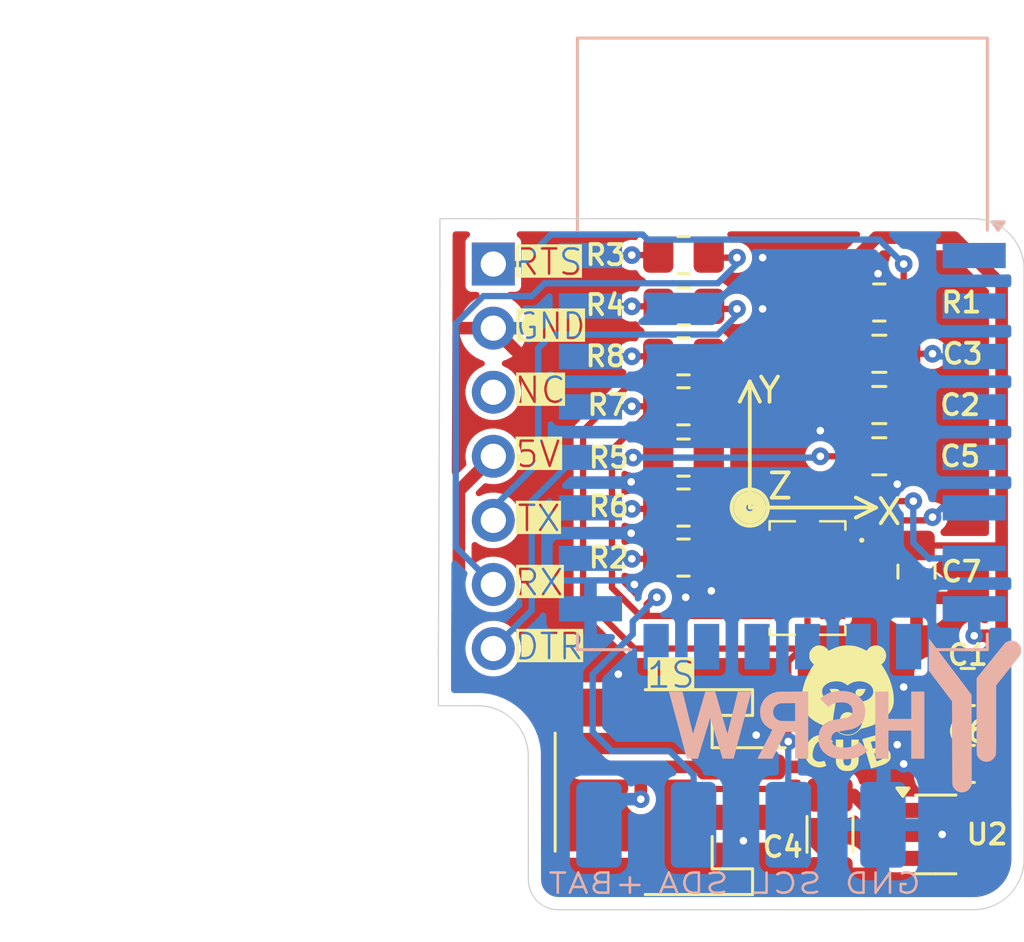
<source format=kicad_pcb>
(kicad_pcb (version 20241229) (generator "pcbnew") (generator_version "9.0")
  (title_block (comment 4 "AISLER Project ID: EQVITUXY"))
  (layers (0 "F.Cu" signal) (2 "B.Cu" signal) (13 "F.Paste" user) (15 "B.Paste" user) (5 "F.SilkS" user "F.Silkscreen") (7 "B.SilkS" user "B.Silkscreen") (1 "F.Mask" user) (3 "B.Mask" user) (25 "Edge.Cuts" user))
  (net 0 "")
  (net 1 "RTS")
  (net 2 "GND")
  (net 3 "DTR")
  (net 4 "+3V3")
  (net 5 "5VFTDI")
  (net 9 "SDA")
  (net 10 "SCL")
  (net 12 "INT_ACC")
  (net 13 "INT_GYR")
  (net 15 "RX")
  (net 16 "TX")
  (net 17 "Net-(U1-GPIO1{slash}TXD)")
  (net 18 "Net-(U1-GPIO3{slash}RXD)")
  (net 19 "Net-(U1-GPIO2)")
  (net 20 "Net-(U1-GPIO15)")
  (footprint "Capacitor_SMD:C_0805_2012Metric_Pad1.18x1.45mm_HandSolder" (layer "F.Cu") (at 165.4048 102.616)
    (property "Reference" "C5" (at 3.2004 0 0) (layer "F.SilkS") (effects (font (size 0.8 0.8))))
    (property "Value" "1u")
    (pad "1" smd roundrect (at -1.0375 0) (size 1.175 1.45) (layers "F.Cu" "F.Mask" "F.Paste") (roundrect_rratio 0.212766) (net 3 "DTR"))
    (pad "2" smd roundrect (at 1.0375 0) (size 1.175 1.45) (layers "F.Cu" "F.Mask" "F.Paste") (roundrect_rratio 0.212766) (net 2 "GND"))
  )
  (footprint "Resistor_SMD:R_0805_2012Metric_Pad1.20x1.40mm_HandSolder" (layer "F.Cu") (at 157.6484 94.6404)
    (property "Reference" "R3" (at -3.0894 0 0) (layer "F.SilkS") (effects (font (size 0.8 0.8))))
    (property "Value" "470R")
    (pad "1" smd roundrect (at -1 0) (size 1.2 1.4) (layers "F.Cu" "F.Mask" "F.Paste") (roundrect_rratio 0.208333) (net 17 "Net-(U1-GPIO1{slash}TXD)"))
    (pad "2" smd roundrect (at 1 0) (size 1.2 1.4) (layers "F.Cu" "F.Mask" "F.Paste") (roundrect_rratio 0.208333) (net 15 "RX"))
  )
  (footprint "Capacitor_SMD:C_0805_2012Metric_Pad1.18x1.45mm_HandSolder" (layer "F.Cu") (at 166.878 107.188 -90)
    (property "Reference" "C7" (at 0 -1.778 180) (layer "F.SilkS") (effects (font (size 0.8 0.8))))
    (property "Value" "1u")
    (pad "1" smd roundrect (at -1.0375 0 270) (size 1.175 1.45) (layers "F.Cu" "F.Mask" "F.Paste") (roundrect_rratio 0.212766) (net 4 "+3V3"))
    (pad "2" smd roundrect (at 1.0375 0 270) (size 1.175 1.45) (layers "F.Cu" "F.Mask" "F.Paste") (roundrect_rratio 0.212766) (net 2 "GND"))
  )
  (footprint "Resistor_SMD:R_0805_2012Metric_Pad1.20x1.40mm_HandSolder" (layer "F.Cu") (at 157.6484 98.6536 180)
    (property "Reference" "R8" (at 3.0894 0 0) (layer "F.SilkS") (effects (font (size 0.8 0.8))))
    (property "Value" "10k")
    (pad "1" smd roundrect (at -1 0 180) (size 1.2 1.4) (layers "F.Cu" "F.Mask" "F.Paste") (roundrect_rratio 0.208333) (net 4 "+3V3"))
    (pad "2" smd roundrect (at 1 0 180) (size 1.2 1.4) (layers "F.Cu" "F.Mask" "F.Paste") (roundrect_rratio 0.208333) (net 10 "SCL"))
  )
  (footprint "Resistor_SMD:R_0805_2012Metric_Pad1.20x1.40mm_HandSolder" (layer "F.Cu") (at 157.6644 96.6724)
    (property "Reference" "R4" (at -3.1054 -0.0508 0) (layer "F.SilkS") (effects (font (size 0.8 0.8))))
    (property "Value" "470R")
    (pad "1" smd roundrect (at -1 0) (size 1.2 1.4) (layers "F.Cu" "F.Mask" "F.Paste") (roundrect_rratio 0.208333) (net 18 "Net-(U1-GPIO3{slash}RXD)"))
    (pad "2" smd roundrect (at 1 0) (size 1.2 1.4) (layers "F.Cu" "F.Mask" "F.Paste") (roundrect_rratio 0.208333) (net 16 "TX"))
  )
  (footprint "Capacitor_SMD:C_1206_3216Metric_Pad1.33x1.80mm_HandSolder" (layer "F.Cu") (at 163.45 117.6 -90)
    (property "Reference" "C4" (at 0.5 1.8736 0) (layer "F.SilkS") (effects (font (size 0.8 0.8))))
    (property "Value" "10u")
    (pad "1" smd roundrect (at -1.5625 0 270) (size 1.325 1.8) (layers "F.Cu" "F.Mask" "F.Paste") (roundrect_rratio 0.188679) (net 5 "5VFTDI"))
    (pad "2" smd roundrect (at 1.5625 0 270) (size 1.325 1.8) (layers "F.Cu" "F.Mask" "F.Paste") (roundrect_rratio 0.188679) (net 2 "GND"))
  )
  (footprint "Package_TO_SOT_SMD:SOT-23-5" (layer "F.Cu") (at 167.64 117.602)
    (property "Reference" "U2" (at 2.032 0 0) (layer "F.SilkS") (effects (font (size 0.8 0.8))))
    (property "Value" "TLV755P")
    (pad "1" smd roundrect (at -1.1375 -0.95) (size 1.325 0.6) (layers "F.Cu" "F.Mask" "F.Paste") (net 5 "5VFTDI"))
    (pad "2" smd roundrect (at -1.1375 0) (size 1.325 0.6) (layers "F.Cu" "F.Mask" "F.Paste") (net 2 "GND"))
    (pad "3" smd roundrect (at -1.1375 0.95) (size 1.325 0.6) (layers "F.Cu" "F.Mask" "F.Paste") (net 5 "5VFTDI"))
    (pad "4" smd roundrect (at 1.1375 0.95) (size 1.325 0.6) (layers "F.Cu" "F.Mask" "F.Paste"))
    (pad "5" smd roundrect (at 1.1375 -0.95) (size 1.325 0.6) (layers "F.Cu" "F.Mask" "F.Paste") (net 4 "+3V3"))
  )
  (footprint "01_MyLibrary:hsrwBS" (layer "F.Cu") (at 164.05 113.03)
    (property "Reference" "GL2" (hide yes))
    (property "Value" "~" (hide yes))
  )
  (footprint "Capacitor_SMD:C_0805_2012Metric_Pad1.18x1.45mm_HandSolder" (layer "F.Cu") (at 168.91 111.76 180)
    (property "Reference" "C1" (at 0 1.27 180) (layer "F.SilkS") (effects (font (size 0.8 0.8))))
    (property "Value" "1u")
    (pad "1" smd roundrect (at -1.0375 0 180) (size 1.175 1.45) (layers "F.Cu" "F.Mask" "F.Paste") (roundrect_rratio 0.212766) (net 4 "+3V3"))
    (pad "2" smd roundrect (at 1.0375 0 180) (size 1.175 1.45) (layers "F.Cu" "F.Mask" "F.Paste") (roundrect_rratio 0.212766) (net 2 "GND"))
  )
  (footprint "Connector_PinHeader_2.54mm:PinHeader_1x07_P2.54mm_Vertical" (layer "F.Cu") (at 150.114 94.996)
    (property "Reference" "J1" (hide yes))
    (property "Value" "FTDI")
    (pad "1" thru_hole rect (at 0 0) (size 1.7 1.7) (drill 1) (layers "*.Cu" "*.Mask") (net 1 "RTS"))
    (pad "2" thru_hole oval (at 0 2.54) (size 1.7 1.7) (drill 1) (layers "*.Cu" "*.Mask") (net 2 "GND"))
    (pad "3" thru_hole oval (at 0 5.08) (size 1.7 1.7) (drill 1) (layers "*.Cu" "*.Mask"))
    (pad "4" thru_hole oval (at 0 7.62) (size 1.7 1.7) (drill 1) (layers "*.Cu" "*.Mask") (net 5 "5VFTDI"))
    (pad "5" thru_hole oval (at 0 10.16) (size 1.7 1.7) (drill 1) (layers "*.Cu" "*.Mask") (net 16 "TX"))
    (pad "6" thru_hole oval (at 0 12.7) (size 1.7 1.7) (drill 1) (layers "*.Cu" "*.Mask") (net 15 "RX"))
    (pad "7" thru_hole oval (at 0 15.24) (size 1.7 1.7) (drill 1) (layers "*.Cu" "*.Mask") (net 3 "DTR"))
  )
  (footprint "Capacitor_SMD:C_0805_2012Metric_Pad1.18x1.45mm_HandSolder" (layer "F.Cu") (at 165.4048 100.584)
    (property "Reference" "C2" (at 3.2004 0 0) (layer "F.SilkS") (effects (font (size 0.8 0.8))))
    (property "Value" "1u")
    (pad "1" smd roundrect (at -1.0375 0) (size 1.175 1.45) (layers "F.Cu" "F.Mask" "F.Paste") (roundrect_rratio 0.212766) (net 3 "DTR"))
    (pad "2" smd roundrect (at 1.0375 0) (size 1.175 1.45) (layers "F.Cu" "F.Mask" "F.Paste") (roundrect_rratio 0.212766) (net 1 "RTS"))
  )
  (footprint "01_MyLibrary:CUB_tag" (layer "F.Cu") (at 164.15 112.6)
    (property "Reference" "GL1" (hide yes))
    (property "Value" "~" (hide yes))
  )
  (footprint "Resistor_SMD:R_0805_2012Metric_Pad1.20x1.40mm_HandSolder" (layer "F.Cu") (at 157.6484 102.6668 180)
    (property "Reference" "R5" (at 2.9624 0 0) (layer "F.SilkS") (effects (font (size 0.8 0.8))))
    (property "Value" "10k")
    (pad "1" smd roundrect (at -1 0 180) (size 1.2 1.4) (layers "F.Cu" "F.Mask" "F.Paste") (roundrect_rratio 0.208333) (net 4 "+3V3"))
    (pad "2" smd roundrect (at 1 0 180) (size 1.2 1.4) (layers "F.Cu" "F.Mask" "F.Paste") (roundrect_rratio 0.208333) (net 3 "DTR"))
  )
  (footprint "Resistor_SMD:R_0805_2012Metric_Pad1.20x1.40mm_HandSolder" (layer "F.Cu") (at 157.6484 104.648 180)
    (property "Reference" "R6" (at 2.9624 0.0508 0) (layer "F.SilkS") (effects (font (size 0.8 0.8))))
    (property "Value" "10k")
    (pad "1" smd roundrect (at -1 0 180) (size 1.2 1.4) (layers "F.Cu" "F.Mask" "F.Paste") (roundrect_rratio 0.208333) (net 4 "+3V3"))
    (pad "2" smd roundrect (at 1 0 180) (size 1.2 1.4) (layers "F.Cu" "F.Mask" "F.Paste") (roundrect_rratio 0.208333) (net 19 "Net-(U1-GPIO2)"))
  )
  (footprint "01_MyLibrary:BMI088" (layer "F.Cu") (at 162.56 107.442 -90)
    (property "Reference" "IC1" (hide yes))
    (property "Value" "BMI088" (hide yes))
    (pad "1" smd rect (at -1.5 -1.165 270) (size 0.25 0.675) (layers "F.Cu" "F.Mask" "F.Paste"))
    (pad "2" smd rect (at -1 -1.165 270) (size 0.25 0.675) (layers "F.Cu" "F.Mask" "F.Paste"))
    (pad "3" smd rect (at -0.5 -1.165 270) (size 0.25 0.675) (layers "F.Cu" "F.Mask" "F.Paste") (net 4 "+3V3"))
    (pad "4" smd rect (at 0 -1.165 270) (size 0.25 0.675) (layers "F.Cu" "F.Mask" "F.Paste") (net 2 "GND"))
    (pad "5" smd rect (at 0.5 -1.165 270) (size 0.25 0.675) (layers "F.Cu" "F.Mask" "F.Paste"))
    (pad "6" smd rect (at 1 -1.165 270) (size 0.25 0.675) (layers "F.Cu" "F.Mask" "F.Paste") (net 2 "GND"))
    (pad "7" smd rect (at 1.5 -1.165 270) (size 0.25 0.675) (layers "F.Cu" "F.Mask" "F.Paste") (net 4 "+3V3"))
    (pad "8" smd rect (at 1.915 0) (size 0.25 0.675) (layers "F.Cu" "F.Mask" "F.Paste") (net 10 "SCL"))
    (pad "9" smd rect (at 1.5 1.165 270) (size 0.25 0.675) (layers "F.Cu" "F.Mask" "F.Paste") (net 9 "SDA"))
    (pad "10" smd rect (at 1 1.165 270) (size 0.25 0.675) (layers "F.Cu" "F.Mask" "F.Paste") (net 4 "+3V3"))
    (pad "11" smd rect (at 0.5 1.165 270) (size 0.25 0.675) (layers "F.Cu" "F.Mask" "F.Paste") (net 4 "+3V3"))
    (pad "12" smd rect (at 0 1.165 270) (size 0.25 0.675) (layers "F.Cu" "F.Mask" "F.Paste") (net 13 "INT_GYR"))
    (pad "13" smd rect (at -0.5 1.165 270) (size 0.25 0.675) (layers "F.Cu" "F.Mask" "F.Paste"))
    (pad "14" smd rect (at -1 1.165 270) (size 0.25 0.675) (layers "F.Cu" "F.Mask" "F.Paste") (net 4 "+3V3"))
    (pad "15" smd rect (at -1.5 1.165 270) (size 0.25 0.675) (layers "F.Cu" "F.Mask" "F.Paste") (net 4 "+3V3"))
    (pad "16" smd rect (at -1.915 0) (size 0.25 0.675) (layers "F.Cu" "F.Mask" "F.Paste") (net 12 "INT_ACC"))
  )
  (footprint "Resistor_SMD:R_0805_2012Metric_Pad1.20x1.40mm_HandSolder" (layer "F.Cu") (at 157.6484 100.6348 180)
    (property "Reference" "R7" (at 3.0132 0.0508 0) (layer "F.SilkS") (effects (font (size 0.8 0.8))))
    (property "Value" "10k")
    (pad "1" smd roundrect (at -1 0 180) (size 1.2 1.4) (layers "F.Cu" "F.Mask" "F.Paste") (roundrect_rratio 0.208333) (net 4 "+3V3"))
    (pad "2" smd roundrect (at 1 0 180) (size 1.2 1.4) (layers "F.Cu" "F.Mask" "F.Paste") (roundrect_rratio 0.208333) (net 9 "SDA"))
  )
  (footprint "Connector_JST:JST_PH_S2B-PH-SM4-TB_1x02-1MP_P2.00mm_Horizontal" (layer "F.Cu") (at 157.0736 115.9256 -90)
    (property "Reference" "J2" (hide yes))
    (property "Value" "Conn_01x02")
    (pad "1" smd roundrect (at -1 -2.85 270) (size 1 3.5) (layers "F.Cu" "F.Mask" "F.Paste") (net 5 "5VFTDI"))
    (pad "2" smd roundrect (at 1 -2.85 270) (size 1 3.5) (layers "F.Cu" "F.Mask" "F.Paste") (net 2 "GND"))
    (pad "MP" smd roundrect (at -3.35 2.9 270) (size 1.5 3.4) (layers "F.Cu" "F.Mask" "F.Paste") (roundrect_rratio 0.166667))
    (pad "MP" smd roundrect (at 3.35 2.9 270) (size 1.5 3.4) (layers "F.Cu" "F.Mask" "F.Paste") (roundrect_rratio 0.166667))
  )
  (footprint "Capacitor_SMD:C_0805_2012Metric_Pad1.18x1.45mm_HandSolder" (layer "F.Cu") (at 165.4048 98.552 180)
    (property "Reference" "C3" (at -3.302 0 0) (layer "F.SilkS") (effects (font (size 0.8 0.8))))
    (property "Value" "1u")
    (pad "1" smd roundrect (at -1.0375 0 180) (size 1.175 1.45) (layers "F.Cu" "F.Mask" "F.Paste") (roundrect_rratio 0.212766) (net 1 "RTS"))
    (pad "2" smd roundrect (at 1.0375 0 180) (size 1.175 1.45) (layers "F.Cu" "F.Mask" "F.Paste") (roundrect_rratio 0.212766) (net 2 "GND"))
  )
  (footprint "Resistor_SMD:R_0805_2012Metric_Pad1.20x1.40mm_HandSolder" (layer "F.Cu") (at 157.6484 106.6292)
    (property "Reference" "R2" (at -2.9624 0 0) (layer "F.SilkS") (effects (font (size 0.8 0.8))))
    (property "Value" "10k")
    (pad "1" smd roundrect (at -1 0) (size 1.2 1.4) (layers "F.Cu" "F.Mask" "F.Paste") (roundrect_rratio 0.208333) (net 20 "Net-(U1-GPIO15)"))
    (pad "2" smd roundrect (at 1 0) (size 1.2 1.4) (layers "F.Cu" "F.Mask" "F.Paste") (roundrect_rratio 0.208333) (net 2 "GND"))
  )
  (footprint "Resistor_SMD:R_0805_2012Metric_Pad1.20x1.40mm_HandSolder" (layer "F.Cu") (at 165.4048 96.52)
    (property "Reference" "R1" (at 3.2512 0 0) (layer "F.SilkS") (effects (font (size 0.8 0.8))))
    (property "Value" "10k")
    (pad "1" smd roundrect (at -1 0) (size 1.2 1.4) (layers "F.Cu" "F.Mask" "F.Paste") (roundrect_rratio 0.208333) (net 4 "+3V3"))
    (pad "2" smd roundrect (at 1 0) (size 1.2 1.4) (layers "F.Cu" "F.Mask" "F.Paste") (roundrect_rratio 0.208333) (net 1 "RTS"))
  )
  (footprint "Capacitor_SMD:C_0805_2012Metric_Pad1.18x1.45mm_HandSolder" (layer "F.Cu") (at 168.91 114.808 180)
    (property "Reference" "C6" (at 0 1.27 180) (layer "F.SilkS") (effects (font (size 0.8 0.8))))
    (property "Value" "1u")
    (pad "1" smd roundrect (at -1.0375 0 180) (size 1.175 1.45) (layers "F.Cu" "F.Mask" "F.Paste") (roundrect_rratio 0.212766) (net 4 "+3V3"))
    (pad "2" smd roundrect (at 1.0375 0 180) (size 1.175 1.45) (layers "F.Cu" "F.Mask" "F.Paste") (roundrect_rratio 0.212766) (net 2 "GND"))
  )
  (footprint "RF_Module:ESP-12E" (layer "B.Cu") (at 161.564 98.159 180)
    (property "Reference" "U1" (hide yes))
    (property "Value" "ESP-12F")
    (pad "1" smd rect (at -7.6 3.5 180) (size 2.5 1) (layers "B.Cu" "B.Mask" "B.Paste"))
    (pad "2" smd rect (at -7.6 1.5 180) (size 2.5 1) (layers "B.Cu" "B.Mask" "B.Paste"))
    (pad "3" smd rect (at -7.6 -0.5 180) (size 2.5 1) (layers "B.Cu" "B.Mask" "B.Paste") (net 1 "RTS"))
    (pad "4" smd rect (at -7.6 -2.5 180) (size 2.5 1) (layers "B.Cu" "B.Mask" "B.Paste"))
    (pad "5" smd rect (at -7.6 -4.5 180) (size 2.5 1) (layers "B.Cu" "B.Mask" "B.Paste"))
    (pad "6" smd rect (at -7.6 -6.5 180) (size 2.5 1) (layers "B.Cu" "B.Mask" "B.Paste") (net 12 "INT_ACC"))
    (pad "7" smd rect (at -7.6 -8.5 180) (size 2.5 1) (layers "B.Cu" "B.Mask" "B.Paste") (net 13 "INT_GYR"))
    (pad "8" smd rect (at -7.6 -10.5 180) (size 2.5 1) (layers "B.Cu" "B.Mask" "B.Paste") (net 4 "+3V3"))
    (pad "9" smd rect (at -5 -12 180) (size 1 1.8) (layers "B.Cu" "B.Mask" "B.Paste"))
    (pad "10" smd rect (at -3 -12 180) (size 1 1.8) (layers "B.Cu" "B.Mask" "B.Paste"))
    (pad "11" smd rect (at -1 -12 180) (size 1 1.8) (layers "B.Cu" "B.Mask" "B.Paste"))
    (pad "12" smd rect (at 1 -12 180) (size 1 1.8) (layers "B.Cu" "B.Mask" "B.Paste"))
    (pad "13" smd rect (at 3 -12 180) (size 1 1.8) (layers "B.Cu" "B.Mask" "B.Paste"))
    (pad "14" smd rect (at 5 -12 180) (size 1 1.8) (layers "B.Cu" "B.Mask" "B.Paste"))
    (pad "15" smd rect (at 7.6 -10.5 180) (size 2.5 1) (layers "B.Cu" "B.Mask" "B.Paste") (net 2 "GND"))
    (pad "16" smd rect (at 7.6 -8.5 180) (size 2.5 1) (layers "B.Cu" "B.Mask" "B.Paste") (net 20 "Net-(U1-GPIO15)"))
    (pad "17" smd rect (at 7.6 -6.5 180) (size 2.5 1) (layers "B.Cu" "B.Mask" "B.Paste") (net 19 "Net-(U1-GPIO2)"))
    (pad "18" smd rect (at 7.6 -4.5 180) (size 2.5 1) (layers "B.Cu" "B.Mask" "B.Paste") (net 3 "DTR"))
    (pad "19" smd rect (at 7.6 -2.5 180) (size 2.5 1) (layers "B.Cu" "B.Mask" "B.Paste") (net 9 "SDA"))
    (pad "20" smd rect (at 7.6 -0.5 180) (size 2.5 1) (layers "B.Cu" "B.Mask" "B.Paste") (net 10 "SCL"))
    (pad "21" smd rect (at 7.6 1.5 180) (size 2.5 1) (layers "B.Cu" "B.Mask" "B.Paste") (net 18 "Net-(U1-GPIO3{slash}RXD)"))
    (pad "22" smd rect (at 7.6 3.5 180) (size 2.5 1) (layers "B.Cu" "B.Mask" "B.Paste") (net 17 "Net-(U1-GPIO1{slash}TXD)"))
    (zone (net 0) (net_name "") (layers "F.Cu" "B.Cu") (connect_pads (clearance 0)) (min_thickness 0.254)
      (keepout (tracks not_allowed) (vias not_allowed) (pads not_allowed) (copperpour not_allowed) (footprints not_allowed))
      (fill (thermal_gap 0.508) (thermal_bridge_width 0.508))
      (polygon (pts (xy 169.684 93.359) (xy 153.444 93.359) (xy 153.444 86.039) (xy 169.684 86.039)))
    )
  )
  (footprint "TestPoint:TestPoint_Keystone_5015_Micro_Mini" (layer "B.Cu") (at 161.798 117.221 -90)
    (property "Reference" "J5" (hide yes))
    (property "Value" "Conn_01x01")
    (pad "1" smd roundrect (at 0 0 270) (size 3.4 1.8) (layers "B.Cu" "B.Mask" "B.Paste") (roundrect_rratio 0.1388888889) (net 10 "SCL"))
  )
  (footprint "TestPoint:TestPoint_Keystone_5015_Micro_Mini" (layer "B.Cu") (at 165.548 117.221 -90)
    (property "Reference" "J6" (hide yes))
    (property "Value" "Conn_01x01")
    (pad "1" smd roundrect (at 0 0 270) (size 3.4 1.8) (layers "B.Cu" "B.Mask" "B.Paste") (roundrect_rratio 0.1388888889) (net 2 "GND"))
  )
  (footprint "TestPoint:TestPoint_Keystone_5015_Micro_Mini" (layer "B.Cu") (at 154.298 117.221 -90)
    (property "Reference" "J3" (hide yes))
    (property "Value" "Conn_01x01")
    (pad "1" smd roundrect (at 0 0 270) (size 3.4 1.8) (layers "B.Cu" "B.Mask" "B.Paste") (roundrect_rratio 0.1388888889) (net 5 "5VFTDI"))
  )
  (footprint "TestPoint:TestPoint_Keystone_5015_Micro_Mini" (layer "B.Cu") (at 158.048 117.221 -90)
    (property "Reference" "J4" (hide yes))
    (property "Value" "Conn_01x01")
    (pad "1" smd roundrect (at 0 0 270) (size 3.4 1.8) (layers "B.Cu" "B.Mask" "B.Paste") (roundrect_rratio 0.1388888889) (net 9 "SDA"))
  )
  (gr_circle (center 160.274 104.648) (end 160.374 104.548) (stroke (width 0.5)) (fill no) (layer "F.SilkS"))
  (gr_line (start 160.274 99.648) (end 160.674 100.448) (stroke (width 0.15)) (layer "F.SilkS"))
  (gr_line (start 165.274 104.648) (end 164.474 104.248) (stroke (width 0.15)) (layer "F.SilkS"))
  (gr_line (start 160.274 104.648) (end 165.274 104.648) (stroke (width 0.15)) (layer "F.SilkS"))
  (gr_line (start 165.274 104.648) (end 164.474 105.048) (stroke (width 0.15)) (layer "F.SilkS"))
  (gr_line (start 160.274 104.648) (end 160.274 99.648) (stroke (width 0.15)) (layer "F.SilkS"))
  (gr_line (start 160.274 99.648) (end 159.874 100.448) (stroke (width 0.15)) (layer "F.SilkS"))
  (gr_circle (center 160.274 104.648) (end 160.274 103.92689) (stroke (width 0.15)) (fill no) (layer "F.SilkS"))
  (gr_line (start 171.135786 118.585786) (end 171.135786 95.192517) (stroke (width 0.05)) (layer "Edge.Cuts"))
  (gr_line (start 150 93.2) (end 148 93.2) (stroke (width 0.05)) (layer "Edge.Cuts"))
  (gr_arc (start 149.5 112.5) (mid 150.914214 113.085786) (end 151.5 114.5) (stroke (width 0.05)) (layer "Edge.Cuts"))
  (gr_line (start 148 95.5) (end 147.938448 110.5) (stroke (width 0.05)) (layer "Edge.Cuts"))
  (gr_arc (start 171.135786 118.585786) (mid 170.55 120) (end 169.135786 120.585786) (stroke (width 0.05)) (layer "Edge.Cuts"))
  (gr_arc (start 169.135786 93.2) (mid 170.55 93.785786) (end 171.135786 95.2) (stroke (width 0.05)) (layer "Edge.Cuts"))
  (gr_line (start 147.938448 110.5) (end 147.938448 112.5) (stroke (width 0.05)) (layer "Edge.Cuts"))
  (gr_arc (start 152.688477 120.585786) (mid 151.85 120.238477) (end 151.502691 119.4) (stroke (width 0.05)) (layer "Edge.Cuts"))
  (gr_line (start 152.6885 120.585786) (end 169.135786 120.585786) (stroke (width 0.05)) (layer "Edge.Cuts"))
  (gr_line (start 169.135786 93.2) (end 150 93.2) (stroke (width 0.05)) (layer "Edge.Cuts"))
  (gr_line (start 148 93.4) (end 148 93.2) (stroke (width 0.05)) (layer "Edge.Cuts"))
  (gr_line (start 151.5 114.5) (end 151.502714 119.4) (stroke (width 0.05)) (layer "Edge.Cuts"))
  (gr_line (start 147.938448 112.5) (end 149.5 112.5) (stroke (width 0.05)) (layer "Edge.Cuts"))
  (gr_line (start 148 93.4) (end 148 95.5) (stroke (width 0.05)) (layer "Edge.Cuts"))
  (gr_text "DTR" (at 150.876 110.744 0) (layer "F.SilkS" knockout) (effects (font (size 1 1) (thickness 0.1)) (justify left bottom)))
  (gr_text "5V" (at 150.9 103.124 0) (layer "F.SilkS" knockout) (effects (font (size 1 1) (thickness 0.1)) (justify left bottom)))
  (gr_text "RTS" (at 150.876 95.504 0) (layer "F.SilkS" knockout) (effects (font (size 1 1) (thickness 0.1)) (justify left bottom)))
  (gr_text "NC" (at 150.876 100.584 0) (layer "F.SilkS" knockout) (effects (font (size 1 1) (thickness 0.1)) (justify left bottom)))
  (gr_text "1S" (at 156.1336 111.8656 0) (layer "F.SilkS" knockout) (effects (font (size 1 1) (thickness 0.1)) (justify left bottom)))
  (gr_text "TX" (at 151 105.664 0) (layer "F.SilkS" knockout) (effects (font (size 1 1) (thickness 0.1)) (justify left bottom)))
  (gr_text "RX" (at 150.876 108.204 0) (layer "F.SilkS" knockout) (effects (font (size 1 1) (thickness 0.1)) (justify left bottom)))
  (gr_text "Y" (at 160.528 100.584 0) (layer "F.SilkS") (effects (font (size 1 1)) (justify left bottom)))
  (gr_text "X" (at 166.37 104.14 180) (layer "F.SilkS") (effects (font (size 1 1)) (justify left bottom)))
  (gr_text "Z" (at 162.052 103.124 180) (layer "F.SilkS") (effects (font (size 1 1)) (justify left bottom)))
  (gr_text "GND" (at 150.95 98.044 0) (layer "F.SilkS" knockout) (effects (font (size 1 0.9) (thickness 0.1)) (justify left bottom)))
  (gr_text "+BAT" (at 156.21 120.015 0) (layer "B.SilkS") (effects (font (size 0.8 1) (thickness 0.1)) (justify left bottom mirror)))
  (gr_text "SCL\n" (at 163.195 120.015 0) (layer "B.SilkS") (effects (font (size 0.8 1) (thickness 0.1)) (justify left bottom mirror)))
  (gr_text "GND" (at 167.132 120.015 0) (layer "B.SilkS") (effects (font (size 0.8 1) (thickness 0.1)) (justify left bottom mirror)))
  (gr_text "SDA" (at 159.512 120.015 0) (layer "B.SilkS") (effects (font (size 0.8 1) (thickness 0.1)) (justify left bottom mirror)))
  (segment (start 167.513 98.552) (end 166.4423 98.552) (width 0.25) (layer "F.Cu") (net 1))
  (segment (start 166.4423 100.584) (end 166.4423 98.552) (width 0.25) (layer "F.Cu") (net 1))
  (segment (start 166.4423 96.5575) (end 166.4048 96.52) (width 0.25) (layer "F.Cu") (net 1))
  (segment (start 166.4423 98.552) (end 166.4423 96.5575) (width 0.25) (layer "F.Cu") (net 1))
  (segment (start 166.37 96.4852) (end 166.4048 96.52) (width 0.25) (layer "F.Cu") (net 1))
  (segment (start 166.37 94.996) (end 166.37 96.4852) (width 0.25) (layer "F.Cu") (net 1))
  (via (at 167.513 98.552) (size 0.7) (drill 0.3) (layers "F.Cu" "B.Cu") (net 1))
  (via (at 166.37 94.996) (size 0.7) (drill 0.3) (layers "F.Cu" "B.Cu") (net 1))
  (segment (start 167.64 98.552) (end 167.747 98.659) (width 0.25) (layer "B.Cu") (net 1))
  (segment (start 156.026 93.826) (end 152.4 93.826) (width 0.25) (layer "B.Cu") (net 1))
  (segment (start 151.23 94.996) (end 150.114 94.996) (width 0.25) (layer "B.Cu") (net 1))
  (segment (start 156.21 94.01) (end 156.026 93.826) (width 0.25) (layer "B.Cu") (net 1))
  (segment (start 167.747 98.659) (end 169.164 98.659) (width 0.25) (layer "B.Cu") (net 1))
  (segment (start 166.37 94.996) (end 165.4 94.026) (width 0.25) (layer "B.Cu") (net 1))
  (segment (start 152.4 93.826) (end 151.23 94.996) (width 0.25) (layer "B.Cu") (net 1))
  (segment (start 165.4 94.026) (end 156.21 94.026) (width 0.25) (layer "B.Cu") (net 1))
  (segment (start 167.513 98.552) (end 167.64 98.552) (width 0.25) (layer "B.Cu") (net 1))
  (segment (start 156.21 94.026) (end 156.21 94.01) (width 0.25) (layer "B.Cu") (net 1))
  (segment (start 164.592 107.442) (end 165.3755 108.2255) (width 0.25) (layer "F.Cu") (net 2))
  (segment (start 158.6484 106.6292) (end 158.6484 107.8484) (width 0.5) (layer "F.Cu") (net 2))
  (segment (start 163.45 119.1625) (end 163.45 118.5) (width 0.5) (layer "F.Cu") (net 2))
  (segment (start 167.8725 114.808) (end 166.37 114.808) (width 0.5) (layer "F.Cu") (net 2))
  (segment (start 151.638 109.855) (end 151.638 99.06) (width 0.5) (layer "F.Cu") (net 2))
  (segment (start 153.035 111.252) (end 151.638 109.855) (width 0.5) (layer "F.Cu") (net 2))
  (segment (start 165.3755 108.2255) (end 166.878 108.2255) (width 0.25) (layer "F.Cu") (net 2))
  (segment (start 159.9236 116.9256) (end 159.9236 117.7596) (width 0.5) (layer "F.Cu") (net 2))
  (segment (start 151.638 99.06) (end 150.114 97.536) (width 0.5) (layer "F.Cu") (net 2))
  (segment (start 166.4423 103.3927) (end 166.116 103.719) (width 0.5) (layer "F.Cu") (net 2))
  (segment (start 163.45 118.5) (end 161.8756 116.9256) (width 0.5) (layer "F.Cu") (net 2))
  (segment (start 161.8756 116.9256) (end 159.9236 116.9256) (width 0.5) (layer "F.Cu") (net 2))
  (segment (start 167.8725 111.76) (end 166.37 111.76) (width 0.5) (layer "F.Cu") (net 2))
  (segment (start 158.6484 107.8484) (end 158.75 107.95) (width 0.5) (layer "F.Cu") (net 2))
  (segment (start 155.067 111.252) (end 153.035 111.252) (width 0.5) (layer "F.Cu") (net 2))
  (segment (start 166.5025 117.602) (end 167.894 117.602) (width 0.5) (layer "F.Cu") (net 2))
  (segment (start 166.4423 102.616) (end 166.4423 103.3927) (width 0.5) (layer "F.Cu") (net 2))
  (segment (start 163.725 107.442) (end 164.592 107.442) (width 0.25) (layer "F.Cu") (net 2))
  (segment (start 159.9236 117.7596) (end 160.02 117.856) (width 0.5) (layer "F.Cu") (net 2))
  (via (at 165.354 95.377) (size 0.7) (drill 0.3) (layers "F.Cu" "B.Cu") (net 2))
  (via (at 158.75 107.95) (size 0.7) (drill 0.3) (layers "F.Cu" "B.Cu") (net 2))
  (via (at 155.575 105.664) (size 0.7) (drill 0.3) (layers "F.Cu" "B.Cu") (net 2))
  (via (at 166.116 103.719) (size 0.7) (drill 0.3) (layers "F.Cu" "B.Cu") (net 2))
  (via (at 160.782 96.774) (size 0.7) (drill 0.3) (layers "F.Cu" "B.Cu") (net 2))
  (via (at 166.37 111.76) (size 0.7) (drill 0.3) (layers "F.Cu" "B.Cu") (net 2))
  (via (at 155.702 107.696) (size 0.7) (drill 0.3) (layers "F.Cu" "B.Cu") (net 2))
  (via (at 160.782 94.742) (size 0.7) (drill 0.3) (layers "F.Cu" "B.Cu") (net 2))
  (via (at 155.067 111.252) (size 0.7) (drill 0.3) (layers "F.Cu" "B.Cu") (net 2))
  (via (at 166.37 114.808) (size 0.7) (drill 0.3) (layers "F.Cu" "B.Cu") (net 2))
  (via (at 155.575 103.632) (size 0.7) (drill 0.3) (layers "F.Cu" "B.Cu") (net 2))
  (via (at 157.734 108.204) (size 0.7) (drill 0.3) (layers "F.Cu" "B.Cu") (net 2))
  (via (at 160.528 113.665) (size 0.7) (drill 0.3) (layers "F.Cu" "B.Cu") (net 2))
  (via (at 166.116 114.046) (size 0.7) (drill 0.3) (layers "F.Cu" "B.Cu") (net 2))
  (via (at 160.02 117.856) (size 0.7) (drill 0.3) (layers "F.Cu" "B.Cu") (net 2))
  (via (at 163.068 101.6) (size 0.7) (drill 0.3) (layers "F.Cu" "B.Cu") (net 2))
  (via (at 167.894 117.602) (size 0.7) (drill 0.3) (layers "F.Cu" "B.Cu") (net 2))
  (segment (start 166.116 114.046) (end 165.608 114.554) (width 0.5) (layer "B.Cu") (net 2))
  (segment (start 165.608 115.577) (end 165.548 115.637) (width 0.5) (layer "B.Cu") (net 2))
  (segment (start 165.608 114.554) (end 165.608 115.577) (width 0.5) (layer "B.Cu") (net 2))
  (segment (start 165.548 115.637) (end 165.548 117.221) (width 0.5) (layer "B.Cu") (net 2))
  (segment (start 163.068 102.616) (end 164.3673 102.616) (width 0.25) (layer "F.Cu") (net 3))
  (segment (start 164.3673 102.616) (end 164.3673 100.584) (width 0.25) (layer "F.Cu") (net 3))
  (segment (start 155.6512 102.6668) (end 156.6484 102.6668) (width 0.25) (layer "F.Cu") (net 3))
  (via (at 155.6512 102.6668) (size 0.7) (drill 0.3) (layers "F.Cu" "B.Cu") (net 3))
  (via (at 163.068 102.616) (size 0.7) (drill 0.3) (layers "F.Cu" "B.Cu") (net 3))
  (segment (start 150.114 110.236) (end 151.638 108.712) (width 0.25) (layer "B.Cu") (net 3))
  (segment (start 155.6434 102.659) (end 155.6512 102.6668) (width 0.25) (layer "B.Cu") (net 3))
  (segment (start 153.373 102.659) (end 153.964 102.659) (width 0.25) (layer "B.Cu") (net 3))
  (segment (start 155.6512 102.6668) (end 163.0172 102.6668) (width 0.25) (layer "B.Cu") (net 3))
  (segment (start 151.638 108.712) (end 151.638 104.394) (width 0.25) (layer "B.Cu") (net 3))
  (segment (start 151.638 104.394) (end 153.373 102.659) (width 0.25) (layer "B.Cu") (net 3))
  (segment (start 153.964 102.659) (end 155.6434 102.659) (width 0.25) (layer "B.Cu") (net 3))
  (segment (start 163.0172 102.6668) (end 163.068 102.616) (width 0.25) (layer "B.Cu") (net 3))
  (segment (start 169.9475 111.76) (end 170.249 111.4585) (width 0.5) (layer "F.Cu") (net 4))
  (segment (start 168.7775 116.652) (end 169.5845 116.652) (width 0.5) (layer "F.Cu") (net 4))
  (segment (start 169.9475 116.289) (end 169.9475 114.808) (width 0.5) (layer "F.Cu") (net 4))
  (segment (start 164.584 106.942) (end 165.3755 106.1505) (width 0.25) (layer "F.Cu") (net 4))
  (segment (start 162.322 106.442) (end 161.395 106.442) (width 0.25) (layer "F.Cu") (net 4))
  (segment (start 162.822 106.942) (end 161.822 107.942) (width 0.25) (layer "F.Cu") (net 4))
  (segment (start 169.9475 114.808) (end 169.9475 111.76) (width 0.5) (layer "F.Cu") (net 4))
  (segment (start 163.725 106.942) (end 162.822 106.942) (width 0.25) (layer "F.Cu") (net 4))
  (segment (start 164.4048 94.8276) (end 164.4048 96.52) (width 0.5) (layer "F.Cu") (net 4))
  (segment (start 161.395 106.442) (end 161.395 105.942) (width 0.25) (layer "F.Cu") (net 4))
  (segment (start 170.249 110.305) (end 170.249 111.4585) (width 0.5) (layer "F.Cu") (net 4))
  (segment (start 170.249 95.827) (end 168.372 93.95) (width 0.5) (layer "F.Cu") (net 4))
  (segment (start 170.249 106.172) (end 170.249 95.827) (width 0.5) (layer "F.Cu") (net 4))
  (segment (start 165.2824 93.95) (end 164.4048 94.8276) (width 0.5) (layer "F.Cu") (net 4))
  (segment (start 170.249 110.305) (end 170.249 106.172) (width 0.5) (layer "F.Cu") (net 4))
  (segment (start 169.164 109.728) (end 169.672 109.728) (width 0.5) (layer "F.Cu") (net 4))
  (segment (start 163.1375 108.942) (end 162.6375 108.442) (width 0.25) (layer "F.Cu") (net 4))
  (segment (start 161.822 107.942) (end 161.395 107.942) (width 0.25) (layer "F.Cu") (net 4))
  (segment (start 162.6375 108.442) (end 161.395 108.442) (width 0.25) (layer "F.Cu") (net 4))
  (segment (start 158.6484 98.6536) (end 158.6484 104.648) (width 0.5) (layer "F.Cu") (net 4))
  (segment (start 166.878 106.1505) (end 170.2275 106.1505) (width 0.25) (layer "F.Cu") (net 4))
  (segment (start 161.395 107.942) (end 161.395 108.442) (width 0.25) (layer "F.Cu") (net 4))
  (segment (start 163.725 108.942) (end 163.1375 108.942) (width 0.25) (layer "F.Cu") (net 4))
  (segment (start 169.5845 116.652) (end 169.9475 116.289) (width 0.5) (layer "F.Cu") (net 4))
  (segment (start 164.4048 96.52) (end 162.6108 96.52) (width 0.5) (layer "F.Cu") (net 4))
  (segment (start 163.725 106.942) (end 164.584 106.942) (width 0.25) (layer "F.Cu") (net 4))
  (segment (start 160.4772 98.6536) (end 158.6484 98.6536) (width 0.5) (layer "F.Cu") (net 4))
  (segment (start 168.372 93.95) (end 165.2824 93.95) (width 0.5) (layer "F.Cu") (net 4))
  (segment (start 162.6108 96.52) (end 160.4772 98.6536) (width 0.5) (layer "F.Cu") (net 4))
  (segment (start 165.3755 106.1505) (end 166.878 106.1505) (width 0.25) (layer "F.Cu") (net 4))
  (segment (start 170.2275 106.1505) (end 170.249 106.172) (width 0.25) (layer "F.Cu") (net 4))
  (segment (start 162.822 106.942) (end 162.322 106.442) (width 0.25) (layer "F.Cu") (net 4))
  (segment (start 169.672 109.728) (end 170.249 110.305) (width 0.5) (layer "F.Cu") (net 4))
  (via (at 169.164 109.728) (size 0.7) (drill 0.3) (layers "F.Cu" "B.Cu") (net 4))
  (segment (start 169.164 109.728) (end 169.164 108.659) (width 0.5) (layer "B.Cu") (net 4))
  (segment (start 166.5025 118.552) (end 165.752 118.552) (width 0.2) (layer "F.Cu") (net 5))
  (segment (start 155.956 114.9256) (end 159.9236 114.9256) (width 0.5) (layer "F.Cu") (net 5))
  (segment (start 165.002 116.652) (end 165.25 116.652) (width 0.5) (layer "F.Cu") (net 5))
  (segment (start 148.751 103.979) (end 148.751 111.159) (width 0.5) (layer "F.Cu") (net 5))
  (segment (start 163.45 116.0375) (end 163.45 115.4) (width 0.5) (layer "F.Cu") (net 5))
  (segment (start 150.114 102.616) (end 148.751 103.979) (width 0.5) (layer "F.Cu") (net 5))
  (segment (start 148.751 111.159) (end 149.242 111.65) (width 0.5) (layer "F.Cu") (net 5))
  (segment (start 152.0226 112.1954) (end 152.0226 113.372892) (width 0.5) (layer "F.Cu") (net 5))
  (segment (start 151.4772 111.65) (end 152.0226 112.1954) (width 0.5) (layer "F.Cu") (net 5))
  (segment (start 152.0226 113.372892) (end 153.575308 114.9256) (width 0.5) (layer "F.Cu") (net 5))
  (segment (start 165.752 118.552) (end 165.25 118.05) (width 0.2) (layer "F.Cu") (net 5))
  (segment (start 165.25 116.652) (end 166.5025 116.652) (width 0.5) (layer "F.Cu") (net 5))
  (segment (start 153.575308 114.9256) (end 155.956 114.9256) (width 0.5) (layer "F.Cu") (net 5))
  (segment (start 163.45 116.0375) (end 164.3875 116.0375) (width 0.5) (layer "F.Cu") (net 5))
  (segment (start 149.242 111.65) (end 151.4772 111.65) (width 0.5) (layer "F.Cu") (net 5))
  (segment (start 162.9756 114.9256) (end 159.9236 114.9256) (width 0.5) (layer "F.Cu") (net 5))
  (segment (start 164.3875 116.0375) (end 165.002 116.652) (width 0.5) (layer "F.Cu") (net 5))
  (segment (start 155.956 114.9256) (end 155.956 116.205) (width 0.5) (layer "F.Cu") (net 5))
  (segment (start 165.25 118.05) (end 165.25 116.652) (width 0.2) (layer "F.Cu") (net 5))
  (segment (start 163.45 115.4) (end 162.9756 114.9256) (width 0.5) (layer "F.Cu") (net 5))
  (via (at 155.956 116.205) (size 0.7) (drill 0.3) (layers "F.Cu" "B.Cu") (net 5))
  (segment (start 155.956 116.205) (end 155.314 116.205) (width 0.5) (layer "B.Cu") (net 5))
  (segment (start 155.314 116.205) (end 154.298 117.221) (width 0.5) (layer "B.Cu") (net 5))
  (segment (start 154.813 102.362) (end 156.5402 100.6348) (width 0.25) (layer "F.Cu") (net 9))
  (segment (start 154.813 107.823) (end 154.813 102.362) (width 0.25) (layer "F.Cu") (net 9))
  (segment (start 156.186 108.482) (end 156.186 108.942) (width 0.25) (layer "F.Cu") (net 9))
  (segment (start 156.591 108.204) (end 156.464 108.204) (width 0.25) (layer "F.Cu") (net 9))
  (segment (start 155.932 108.942) (end 154.813 107.823) (width 0.25) (layer "F.Cu") (net 9))
  (segment (start 155.6004 100.6348) (end 156.6484 100.6348) (width 0.25) (layer "F.Cu") (net 9))
  (segment (start 156.186 108.942) (end 155.932 108.942) (width 0.25) (layer "F.Cu") (net 9))
  (segment (start 161.395 108.942) (end 156.186 108.942) (width 0.25) (layer "F.Cu") (net 9))
  (segment (start 156.5402 100.6348) (end 156.6484 100.6348) (width 0.25) (layer "F.Cu") (net 9))
  (segment (start 156.464 108.204) (end 156.186 108.482) (width 0.25) (layer "F.Cu") (net 9))
  (via (at 155.6004 100.6348) (size 0.7) (drill 0.3) (layers "F.Cu" "B.Cu") (net 9))
  (via (at 156.591 108.204) (size 0.7) (drill 0.3) (layers "F.Cu" "B.Cu") (net 9))
  (segment (start 157.099 114.3) (end 158.048 115.249) (width 0.25) (layer "B.Cu") (net 9))
  (segment (start 155.6385 109.6645) (end 154.051 111.252) (width 0.25) (layer "B.Cu") (net 9))
  (segment (start 155.5762 100.659) (end 155.6004 100.6348) (width 0.25) (layer "B.Cu") (net 9))
  (segment (start 156.591 108.204) (end 155.6385 109.1565) (width 0.25) (layer "B.Cu") (net 9))
  (segment (start 154.051 113.538) (end 154.813 114.3) (width 0.25) (layer "B.Cu") (net 9))
  (segment (start 154.813 114.3) (end 157.099 114.3) (width 0.25) (layer "B.Cu") (net 9))
  (segment (start 154.051 111.252) (end 154.051 113.538) (width 0.25) (layer "B.Cu") (net 9))
  (segment (start 155.6385 109.1565) (end 155.6385 109.6645) (width 0.25) (layer "B.Cu") (net 9))
  (segment (start 153.964 100.659) (end 155.5762 100.659) (width 0.25) (layer "B.Cu") (net 9))
  (segment (start 158.048 115.249) (end 158.048 117.221) (width 0.25) (layer "B.Cu") (net 9))
  (segment (start 162.56 109.982) (end 162.306 110.236) (width 0.25) (layer "F.Cu") (net 10))
  (segment (start 162.306 110.236) (end 155.702 110.236) (width 0.25) (layer "F.Cu") (net 10))
  (segment (start 155.6004 98.6536) (end 156.6484 98.6536) (width 0.25) (layer "F.Cu") (net 10))
  (segment (start 153.67 108.204) (end 153.67 101.6) (width 0.25) (layer "F.Cu") (net 10))
  (segment (start 162.56 109.357) (end 162.56 109.982) (width 0.25) (layer "F.Cu") (net 10))
  (segment (start 161.798 113.919) (end 161.798 110.744) (width 0.25) (layer "F.Cu") (net 10))
  (segment (start 156.6164 98.6536) (end 156.6484 98.6536) (width 0.25) (layer "F.Cu") (net 10))
  (segment (start 153.67 101.6) (end 156.6164 98.6536) (width 0.25) (layer "F.Cu") (net 10))
  (segment (start 161.798 110.744) (end 162.306 110.236) (width 0.25) (layer "F.Cu") (net 10))
  (segment (start 155.702 110.236) (end 153.67 108.204) (width 0.25) (layer "F.Cu") (net 10))
  (via (at 161.798 113.919) (size 0.7) (drill 0.3) (layers "F.Cu" "B.Cu") (net 10))
  (via (at 155.6004 98.6536) (size 0.7) (drill 0.3) (layers "F.Cu" "B.Cu") (net 10))
  (segment (start 155.595 98.659) (end 155.6004 98.6536) (width 0.25) (layer "B.Cu") (net 10))
  (segment (start 161.798 117.221) (end 161.798 113.919) (width 0.25) (layer "B.Cu") (net 10))
  (segment (start 153.964 98.659) (end 155.595 98.659) (width 0.25) (layer "B.Cu") (net 10))
  (segment (start 162.814 104.648) (end 162.56 104.902) (width 0.25) (layer "F.Cu") (net 12))
  (segment (start 162.56 104.902) (end 162.56 105.527) (width 0.25) (layer "F.Cu") (net 12))
  (segment (start 167.386 105.156) (end 164.846 105.156) (width 0.25) (layer "F.Cu") (net 12))
  (segment (start 167.513 105.029) (end 167.386 105.156) (width 0.25) (layer "F.Cu") (net 12))
  (segment (start 164.846 105.156) (end 164.338 104.648) (width 0.25) (layer "F.Cu") (net 12))
  (segment (start 164.338 104.648) (end 162.814 104.648) (width 0.25) (layer "F.Cu") (net 12))
  (via (at 167.513 105.029) (size 0.7) (drill 0.3) (layers "F.Cu" "B.Cu") (net 12))
  (segment (start 169.153 104.648) (end 169.164 104.659) (width 0.25) (layer "B.Cu") (net 12))
  (segment (start 167.894 104.648) (end 169.153 104.648) (width 0.25) (layer "B.Cu") (net 12))
  (segment (start 167.513 105.029) (end 167.894 104.648) (width 0.25) (layer "B.Cu") (net 12))
  (segment (start 164.846 104.14) (end 160.782 104.14) (width 0.25) (layer "F.Cu") (net 13))
  (segment (start 160.782 107.442) (end 161.395 107.442) (width 0.25) (layer "F.Cu") (net 13))
  (segment (start 160.782 104.14) (end 160.274 104.648) (width 0.25) (layer "F.Cu") (net 13))
  (segment (start 160.274 106.934) (end 160.782 107.442) (width 0.25) (layer "F.Cu") (net 13))
  (segment (start 160.274 104.648) (end 160.274 106.934) (width 0.25) (layer "F.Cu") (net 13))
  (segment (start 165.1 104.394) (end 164.846 104.14) (width 0.25) (layer "F.Cu") (net 13))
  (segment (start 166.751 104.394) (end 165.1 104.394) (width 0.25) (layer "F.Cu") (net 13))
  (via (at 166.751 104.394) (size 0.7) (drill 0.3) (layers "F.Cu" "B.Cu") (net 13))
  (segment (start 167.407 106.659) (end 169.164 106.659) (width 0.25) (layer "B.Cu") (net 13))
  (segment (start 166.751 106.045) (end 167.386 106.68) (width 0.25) (layer "B.Cu") (net 13))
  (segment (start 166.751 104.394) (end 166.751 106.045) (width 0.25) (layer "B.Cu") (net 13))
  (segment (start 167.386 106.68) (end 167.407 106.659) (width 0.25) (layer "B.Cu") (net 13))
  (segment (start 159.766 94.742) (end 158.75 94.742) (width 0.25) (layer "F.Cu") (net 15))
  (via (at 159.766 94.742) (size 0.7) (drill 0.3) (layers "F.Cu" "B.Cu") (net 15))
  (segment (start 150.114 107.696) (end 148.626 106.208) (width 0.25) (layer "B.Cu") (net 15))
  (segment (start 148.626 97.360884) (end 149.720884 96.266) (width 0.25) (layer "B.Cu") (net 15))
  (segment (start 159.004 95.758) (end 159.766 94.996) (width 0.25) (layer "B.Cu") (net 15))
  (segment (start 152.146 95.758) (end 157.226 95.758) (width 0.25) (layer "B.Cu") (net 15))
  (segment (start 148.626 106.208) (end 148.626 97.360884) (width 0.25) (layer "B.Cu") (net 15))
  (segment (start 159.766 94.996) (end 159.766 94.742) (width 0.25) (layer "B.Cu") (net 15))
  (segment (start 157.226 95.758) (end 159.004 95.758) (width 0.25) (layer "B.Cu") (net 15))
  (segment (start 149.720884 96.266) (end 151.638 96.266) (width 0.25) (layer "B.Cu") (net 15))
  (segment (start 151.638 96.266) (end 152.146 95.758) (width 0.25) (layer "B.Cu") (net 15))
  (segment (start 158.766 96.774) (end 158.6644 96.6724) (width 0.25) (layer "F.Cu") (net 16))
  (segment (start 159.766 96.774) (end 158.766 96.774) (width 0.25) (layer "F.Cu") (net 16))
  (via (at 159.766 96.774) (size 0.7) (drill 0.3) (layers "F.Cu" "B.Cu") (net 16))
  (segment (start 150.114 105.156) (end 150.114 104.648) (width 0.25) (layer "B.Cu") (net 16))
  (segment (start 159.004 97.79) (end 159.512 97.282) (width 0.25) (layer "B.Cu") (net 16))
  (segment (start 151.892 98.329) (end 152.431 97.79) (width 0.25) (layer "B.Cu") (net 16))
  (segment (start 151.892 102.87) (end 151.892 98.329) (width 0.25) (layer "B.Cu") (net 16))
  (segment (start 159.512 97.282) (end 159.766 97.028) (width 0.25) (layer "B.Cu") (net 16))
  (segment (start 152.431 97.79) (end 155.956 97.79) (width 0.25) (layer "B.Cu") (net 16))
  (segment (start 150.114 104.648) (end 151.892 102.87) (width 0.25) (layer "B.Cu") (net 16))
  (segment (start 155.956 97.79) (end 157.226 97.79) (width 0.25) (layer "B.Cu") (net 16))
  (segment (start 157.226 97.79) (end 159.004 97.79) (width 0.25) (layer "B.Cu") (net 16))
  (segment (start 159.766 97.028) (end 159.766 96.774) (width 0.25) (layer "B.Cu") (net 16))
  (segment (start 155.6004 94.6404) (end 156.6484 94.6404) (width 0.25) (layer "F.Cu") (net 17))
  (via (at 155.6004 94.6404) (size 0.7) (drill 0.3) (layers "F.Cu" "B.Cu") (net 17))
  (segment (start 155.5818 94.659) (end 155.6004 94.6404) (width 0.25) (layer "B.Cu") (net 17))
  (segment (start 153.964 94.659) (end 155.5818 94.659) (width 0.25) (layer "B.Cu") (net 17))
  (segment (start 155.6004 96.6724) (end 156.6644 96.6724) (width 0.25) (layer "F.Cu") (net 18))
  (via (at 155.6004 96.6724) (size 0.7) (drill 0.3) (layers "F.Cu" "B.Cu") (net 18))
  (segment (start 155.587 96.659) (end 155.6004 96.6724) (width 0.25) (layer "B.Cu") (net 18))
  (segment (start 153.964 96.659) (end 155.587 96.659) (width 0.25) (layer "B.Cu") (net 18))
  (segment (start 155.6004 104.6988) (end 156.5976 104.6988) (width 0.25) (layer "F.Cu") (net 19))
  (segment (start 156.5976 104.6988) (end 156.6484 104.648) (width 0.25) (layer "F.Cu") (net 19))
  (via (at 155.6004 104.6988) (size 0.7) (drill 0.3) (layers "F.Cu" "B.Cu") (net 19))
  (segment (start 153.964 104.659) (end 155.5606 104.659) (width 0.25) (layer "B.Cu") (net 19))
  (segment (start 155.5606 104.659) (end 155.6004 104.6988) (width 0.25) (layer "B.Cu") (net 19))
  (segment (start 156.5976 106.68) (end 156.6484 106.6292) (width 0.25) (layer "F.Cu") (net 20))
  (segment (start 155.6004 106.68) (end 156.5976 106.68) (width 0.25) (layer "F.Cu") (net 20))
  (via (at 155.6004 106.68) (size 0.7) (drill 0.3) (layers "F.Cu" "B.Cu") (net 20))
  (segment (start 155.5794 106.659) (end 155.6004 106.68) (width 0.25) (layer "B.Cu") (net 20))
  (segment (start 153.964 106.659) (end 155.5794 106.659) (width 0.25) (layer "B.Cu") (net 20))
  (zone (net 2) (net_name "GND") (layers "F.Cu" "B.Cu") (connect_pads (clearance 0.25)) (min_thickness 0.25) (fill yes (thermal_gap 0.5) (thermal_bridge_width 0.5))
    (polygon (pts (xy 171 93.5) (xy 148 93.5) (xy 148 120.6872) (xy 171 120.6872)))
  )
)
</source>
